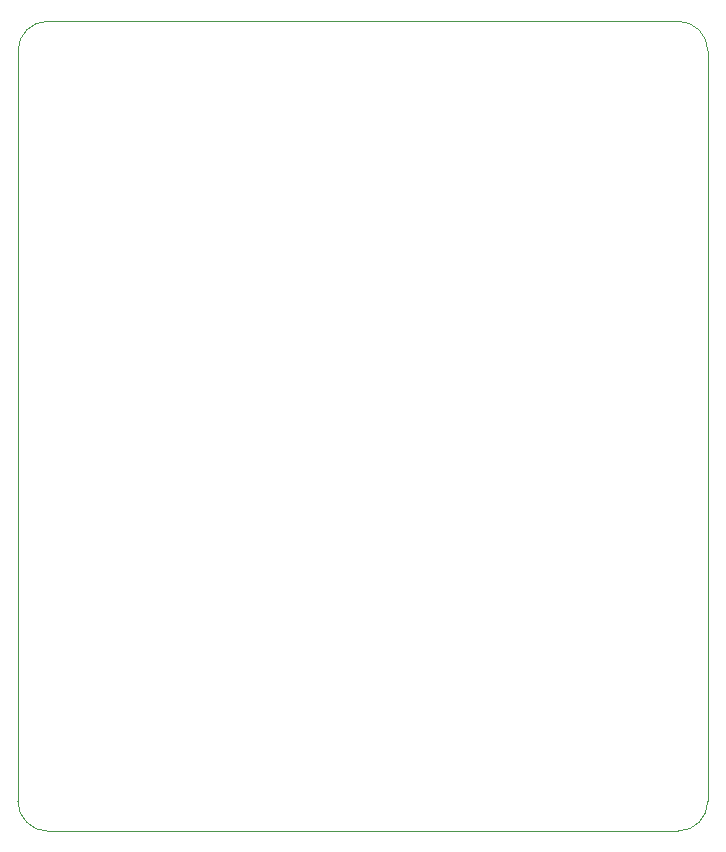
<source format=gbr>
G04 #@! TF.FileFunction,Profile,NP*
%FSLAX46Y46*%
G04 Gerber Fmt 4.6, Leading zero omitted, Abs format (unit mm)*
G04 Created by KiCad (PCBNEW 0.201512080931+6353~38~ubuntu14.04.1-stable) date Mon 21 Dec 2015 12:54:57 AM PST*
%MOMM*%
G01*
G04 APERTURE LIST*
%ADD10C,0.100000*%
G04 APERTURE END LIST*
D10*
X134620000Y-86360000D02*
G75*
G03X132080000Y-83820000I-2540000J0D01*
G01*
X78740000Y-83820000D02*
G75*
G03X76200000Y-86360000I0J-2540000D01*
G01*
X76200000Y-149860000D02*
G75*
G03X78740000Y-152400000I2540000J0D01*
G01*
X132080000Y-152400000D02*
G75*
G03X134620000Y-149860000I0J2540000D01*
G01*
X76200000Y-86360000D02*
X76200000Y-149860000D01*
X132080000Y-83820000D02*
X78740000Y-83820000D01*
X134620000Y-149860000D02*
X134620000Y-86360000D01*
X78740000Y-152400000D02*
X132080000Y-152400000D01*
M02*

</source>
